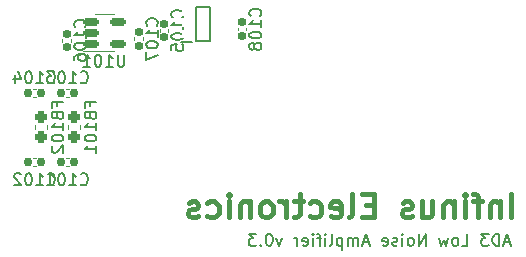
<source format=gbo>
G04 #@! TF.GenerationSoftware,KiCad,Pcbnew,7.0.7*
G04 #@! TF.CreationDate,2023-12-28T09:15:15+02:00*
G04 #@! TF.ProjectId,AD3 Front End Amplifier,41443320-4672-46f6-9e74-20456e642041,rev?*
G04 #@! TF.SameCoordinates,Original*
G04 #@! TF.FileFunction,Legend,Bot*
G04 #@! TF.FilePolarity,Positive*
%FSLAX46Y46*%
G04 Gerber Fmt 4.6, Leading zero omitted, Abs format (unit mm)*
G04 Created by KiCad (PCBNEW 7.0.7) date 2023-12-28 09:15:15*
%MOMM*%
%LPD*%
G01*
G04 APERTURE LIST*
G04 Aperture macros list*
%AMRoundRect*
0 Rectangle with rounded corners*
0 $1 Rounding radius*
0 $2 $3 $4 $5 $6 $7 $8 $9 X,Y pos of 4 corners*
0 Add a 4 corners polygon primitive as box body*
4,1,4,$2,$3,$4,$5,$6,$7,$8,$9,$2,$3,0*
0 Add four circle primitives for the rounded corners*
1,1,$1+$1,$2,$3*
1,1,$1+$1,$4,$5*
1,1,$1+$1,$6,$7*
1,1,$1+$1,$8,$9*
0 Add four rect primitives between the rounded corners*
20,1,$1+$1,$2,$3,$4,$5,0*
20,1,$1+$1,$4,$5,$6,$7,0*
20,1,$1+$1,$6,$7,$8,$9,0*
20,1,$1+$1,$8,$9,$2,$3,0*%
G04 Aperture macros list end*
%ADD10C,0.200000*%
%ADD11C,0.400000*%
%ADD12C,0.150000*%
%ADD13C,0.120000*%
%ADD14R,1.600000X1.600000*%
%ADD15O,1.600000X1.600000*%
%ADD16O,1.600000X2.500000*%
%ADD17O,3.500000X7.000000*%
%ADD18R,1.700000X1.700000*%
%ADD19O,1.700000X1.700000*%
%ADD20O,2.500000X1.600000*%
%ADD21O,7.000000X3.500000*%
%ADD22RoundRect,0.237500X0.237500X-0.287500X0.237500X0.287500X-0.237500X0.287500X-0.237500X-0.287500X0*%
%ADD23RoundRect,0.155000X0.212500X0.155000X-0.212500X0.155000X-0.212500X-0.155000X0.212500X-0.155000X0*%
%ADD24R,0.900000X0.600000*%
%ADD25RoundRect,0.155000X0.155000X-0.212500X0.155000X0.212500X-0.155000X0.212500X-0.155000X-0.212500X0*%
%ADD26RoundRect,0.150000X-0.512500X-0.150000X0.512500X-0.150000X0.512500X0.150000X-0.512500X0.150000X0*%
G04 APERTURE END LIST*
D10*
X232468945Y-127216504D02*
X231992755Y-127216504D01*
X232564183Y-127502219D02*
X232230850Y-126502219D01*
X232230850Y-126502219D02*
X231897517Y-127502219D01*
X231564183Y-127502219D02*
X231564183Y-126502219D01*
X231564183Y-126502219D02*
X231326088Y-126502219D01*
X231326088Y-126502219D02*
X231183231Y-126549838D01*
X231183231Y-126549838D02*
X231087993Y-126645076D01*
X231087993Y-126645076D02*
X231040374Y-126740314D01*
X231040374Y-126740314D02*
X230992755Y-126930790D01*
X230992755Y-126930790D02*
X230992755Y-127073647D01*
X230992755Y-127073647D02*
X231040374Y-127264123D01*
X231040374Y-127264123D02*
X231087993Y-127359361D01*
X231087993Y-127359361D02*
X231183231Y-127454600D01*
X231183231Y-127454600D02*
X231326088Y-127502219D01*
X231326088Y-127502219D02*
X231564183Y-127502219D01*
X230659421Y-126502219D02*
X230040374Y-126502219D01*
X230040374Y-126502219D02*
X230373707Y-126883171D01*
X230373707Y-126883171D02*
X230230850Y-126883171D01*
X230230850Y-126883171D02*
X230135612Y-126930790D01*
X230135612Y-126930790D02*
X230087993Y-126978409D01*
X230087993Y-126978409D02*
X230040374Y-127073647D01*
X230040374Y-127073647D02*
X230040374Y-127311742D01*
X230040374Y-127311742D02*
X230087993Y-127406980D01*
X230087993Y-127406980D02*
X230135612Y-127454600D01*
X230135612Y-127454600D02*
X230230850Y-127502219D01*
X230230850Y-127502219D02*
X230516564Y-127502219D01*
X230516564Y-127502219D02*
X230611802Y-127454600D01*
X230611802Y-127454600D02*
X230659421Y-127406980D01*
X228373707Y-127502219D02*
X228849897Y-127502219D01*
X228849897Y-127502219D02*
X228849897Y-126502219D01*
X227897516Y-127502219D02*
X227992754Y-127454600D01*
X227992754Y-127454600D02*
X228040373Y-127406980D01*
X228040373Y-127406980D02*
X228087992Y-127311742D01*
X228087992Y-127311742D02*
X228087992Y-127026028D01*
X228087992Y-127026028D02*
X228040373Y-126930790D01*
X228040373Y-126930790D02*
X227992754Y-126883171D01*
X227992754Y-126883171D02*
X227897516Y-126835552D01*
X227897516Y-126835552D02*
X227754659Y-126835552D01*
X227754659Y-126835552D02*
X227659421Y-126883171D01*
X227659421Y-126883171D02*
X227611802Y-126930790D01*
X227611802Y-126930790D02*
X227564183Y-127026028D01*
X227564183Y-127026028D02*
X227564183Y-127311742D01*
X227564183Y-127311742D02*
X227611802Y-127406980D01*
X227611802Y-127406980D02*
X227659421Y-127454600D01*
X227659421Y-127454600D02*
X227754659Y-127502219D01*
X227754659Y-127502219D02*
X227897516Y-127502219D01*
X227230849Y-126835552D02*
X227040373Y-127502219D01*
X227040373Y-127502219D02*
X226849897Y-127026028D01*
X226849897Y-127026028D02*
X226659421Y-127502219D01*
X226659421Y-127502219D02*
X226468945Y-126835552D01*
X225326087Y-127502219D02*
X225326087Y-126502219D01*
X225326087Y-126502219D02*
X224754659Y-127502219D01*
X224754659Y-127502219D02*
X224754659Y-126502219D01*
X224135611Y-127502219D02*
X224230849Y-127454600D01*
X224230849Y-127454600D02*
X224278468Y-127406980D01*
X224278468Y-127406980D02*
X224326087Y-127311742D01*
X224326087Y-127311742D02*
X224326087Y-127026028D01*
X224326087Y-127026028D02*
X224278468Y-126930790D01*
X224278468Y-126930790D02*
X224230849Y-126883171D01*
X224230849Y-126883171D02*
X224135611Y-126835552D01*
X224135611Y-126835552D02*
X223992754Y-126835552D01*
X223992754Y-126835552D02*
X223897516Y-126883171D01*
X223897516Y-126883171D02*
X223849897Y-126930790D01*
X223849897Y-126930790D02*
X223802278Y-127026028D01*
X223802278Y-127026028D02*
X223802278Y-127311742D01*
X223802278Y-127311742D02*
X223849897Y-127406980D01*
X223849897Y-127406980D02*
X223897516Y-127454600D01*
X223897516Y-127454600D02*
X223992754Y-127502219D01*
X223992754Y-127502219D02*
X224135611Y-127502219D01*
X223373706Y-127502219D02*
X223373706Y-126835552D01*
X223373706Y-126502219D02*
X223421325Y-126549838D01*
X223421325Y-126549838D02*
X223373706Y-126597457D01*
X223373706Y-126597457D02*
X223326087Y-126549838D01*
X223326087Y-126549838D02*
X223373706Y-126502219D01*
X223373706Y-126502219D02*
X223373706Y-126597457D01*
X222945135Y-127454600D02*
X222849897Y-127502219D01*
X222849897Y-127502219D02*
X222659421Y-127502219D01*
X222659421Y-127502219D02*
X222564183Y-127454600D01*
X222564183Y-127454600D02*
X222516564Y-127359361D01*
X222516564Y-127359361D02*
X222516564Y-127311742D01*
X222516564Y-127311742D02*
X222564183Y-127216504D01*
X222564183Y-127216504D02*
X222659421Y-127168885D01*
X222659421Y-127168885D02*
X222802278Y-127168885D01*
X222802278Y-127168885D02*
X222897516Y-127121266D01*
X222897516Y-127121266D02*
X222945135Y-127026028D01*
X222945135Y-127026028D02*
X222945135Y-126978409D01*
X222945135Y-126978409D02*
X222897516Y-126883171D01*
X222897516Y-126883171D02*
X222802278Y-126835552D01*
X222802278Y-126835552D02*
X222659421Y-126835552D01*
X222659421Y-126835552D02*
X222564183Y-126883171D01*
X221707040Y-127454600D02*
X221802278Y-127502219D01*
X221802278Y-127502219D02*
X221992754Y-127502219D01*
X221992754Y-127502219D02*
X222087992Y-127454600D01*
X222087992Y-127454600D02*
X222135611Y-127359361D01*
X222135611Y-127359361D02*
X222135611Y-126978409D01*
X222135611Y-126978409D02*
X222087992Y-126883171D01*
X222087992Y-126883171D02*
X221992754Y-126835552D01*
X221992754Y-126835552D02*
X221802278Y-126835552D01*
X221802278Y-126835552D02*
X221707040Y-126883171D01*
X221707040Y-126883171D02*
X221659421Y-126978409D01*
X221659421Y-126978409D02*
X221659421Y-127073647D01*
X221659421Y-127073647D02*
X222135611Y-127168885D01*
X220516563Y-127216504D02*
X220040373Y-127216504D01*
X220611801Y-127502219D02*
X220278468Y-126502219D01*
X220278468Y-126502219D02*
X219945135Y-127502219D01*
X219611801Y-127502219D02*
X219611801Y-126835552D01*
X219611801Y-126930790D02*
X219564182Y-126883171D01*
X219564182Y-126883171D02*
X219468944Y-126835552D01*
X219468944Y-126835552D02*
X219326087Y-126835552D01*
X219326087Y-126835552D02*
X219230849Y-126883171D01*
X219230849Y-126883171D02*
X219183230Y-126978409D01*
X219183230Y-126978409D02*
X219183230Y-127502219D01*
X219183230Y-126978409D02*
X219135611Y-126883171D01*
X219135611Y-126883171D02*
X219040373Y-126835552D01*
X219040373Y-126835552D02*
X218897516Y-126835552D01*
X218897516Y-126835552D02*
X218802277Y-126883171D01*
X218802277Y-126883171D02*
X218754658Y-126978409D01*
X218754658Y-126978409D02*
X218754658Y-127502219D01*
X218278468Y-126835552D02*
X218278468Y-127835552D01*
X218278468Y-126883171D02*
X218183230Y-126835552D01*
X218183230Y-126835552D02*
X217992754Y-126835552D01*
X217992754Y-126835552D02*
X217897516Y-126883171D01*
X217897516Y-126883171D02*
X217849897Y-126930790D01*
X217849897Y-126930790D02*
X217802278Y-127026028D01*
X217802278Y-127026028D02*
X217802278Y-127311742D01*
X217802278Y-127311742D02*
X217849897Y-127406980D01*
X217849897Y-127406980D02*
X217897516Y-127454600D01*
X217897516Y-127454600D02*
X217992754Y-127502219D01*
X217992754Y-127502219D02*
X218183230Y-127502219D01*
X218183230Y-127502219D02*
X218278468Y-127454600D01*
X217230849Y-127502219D02*
X217326087Y-127454600D01*
X217326087Y-127454600D02*
X217373706Y-127359361D01*
X217373706Y-127359361D02*
X217373706Y-126502219D01*
X216849896Y-127502219D02*
X216849896Y-126835552D01*
X216849896Y-126502219D02*
X216897515Y-126549838D01*
X216897515Y-126549838D02*
X216849896Y-126597457D01*
X216849896Y-126597457D02*
X216802277Y-126549838D01*
X216802277Y-126549838D02*
X216849896Y-126502219D01*
X216849896Y-126502219D02*
X216849896Y-126597457D01*
X216516563Y-126835552D02*
X216135611Y-126835552D01*
X216373706Y-127502219D02*
X216373706Y-126645076D01*
X216373706Y-126645076D02*
X216326087Y-126549838D01*
X216326087Y-126549838D02*
X216230849Y-126502219D01*
X216230849Y-126502219D02*
X216135611Y-126502219D01*
X215802277Y-127502219D02*
X215802277Y-126835552D01*
X215802277Y-126502219D02*
X215849896Y-126549838D01*
X215849896Y-126549838D02*
X215802277Y-126597457D01*
X215802277Y-126597457D02*
X215754658Y-126549838D01*
X215754658Y-126549838D02*
X215802277Y-126502219D01*
X215802277Y-126502219D02*
X215802277Y-126597457D01*
X214945135Y-127454600D02*
X215040373Y-127502219D01*
X215040373Y-127502219D02*
X215230849Y-127502219D01*
X215230849Y-127502219D02*
X215326087Y-127454600D01*
X215326087Y-127454600D02*
X215373706Y-127359361D01*
X215373706Y-127359361D02*
X215373706Y-126978409D01*
X215373706Y-126978409D02*
X215326087Y-126883171D01*
X215326087Y-126883171D02*
X215230849Y-126835552D01*
X215230849Y-126835552D02*
X215040373Y-126835552D01*
X215040373Y-126835552D02*
X214945135Y-126883171D01*
X214945135Y-126883171D02*
X214897516Y-126978409D01*
X214897516Y-126978409D02*
X214897516Y-127073647D01*
X214897516Y-127073647D02*
X215373706Y-127168885D01*
X214468944Y-127502219D02*
X214468944Y-126835552D01*
X214468944Y-127026028D02*
X214421325Y-126930790D01*
X214421325Y-126930790D02*
X214373706Y-126883171D01*
X214373706Y-126883171D02*
X214278468Y-126835552D01*
X214278468Y-126835552D02*
X214183230Y-126835552D01*
X213183229Y-126835552D02*
X212945134Y-127502219D01*
X212945134Y-127502219D02*
X212707039Y-126835552D01*
X212135610Y-126502219D02*
X212040372Y-126502219D01*
X212040372Y-126502219D02*
X211945134Y-126549838D01*
X211945134Y-126549838D02*
X211897515Y-126597457D01*
X211897515Y-126597457D02*
X211849896Y-126692695D01*
X211849896Y-126692695D02*
X211802277Y-126883171D01*
X211802277Y-126883171D02*
X211802277Y-127121266D01*
X211802277Y-127121266D02*
X211849896Y-127311742D01*
X211849896Y-127311742D02*
X211897515Y-127406980D01*
X211897515Y-127406980D02*
X211945134Y-127454600D01*
X211945134Y-127454600D02*
X212040372Y-127502219D01*
X212040372Y-127502219D02*
X212135610Y-127502219D01*
X212135610Y-127502219D02*
X212230848Y-127454600D01*
X212230848Y-127454600D02*
X212278467Y-127406980D01*
X212278467Y-127406980D02*
X212326086Y-127311742D01*
X212326086Y-127311742D02*
X212373705Y-127121266D01*
X212373705Y-127121266D02*
X212373705Y-126883171D01*
X212373705Y-126883171D02*
X212326086Y-126692695D01*
X212326086Y-126692695D02*
X212278467Y-126597457D01*
X212278467Y-126597457D02*
X212230848Y-126549838D01*
X212230848Y-126549838D02*
X212135610Y-126502219D01*
X211373705Y-127406980D02*
X211326086Y-127454600D01*
X211326086Y-127454600D02*
X211373705Y-127502219D01*
X211373705Y-127502219D02*
X211421324Y-127454600D01*
X211421324Y-127454600D02*
X211373705Y-127406980D01*
X211373705Y-127406980D02*
X211373705Y-127502219D01*
X210992753Y-126502219D02*
X210373706Y-126502219D01*
X210373706Y-126502219D02*
X210707039Y-126883171D01*
X210707039Y-126883171D02*
X210564182Y-126883171D01*
X210564182Y-126883171D02*
X210468944Y-126930790D01*
X210468944Y-126930790D02*
X210421325Y-126978409D01*
X210421325Y-126978409D02*
X210373706Y-127073647D01*
X210373706Y-127073647D02*
X210373706Y-127311742D01*
X210373706Y-127311742D02*
X210421325Y-127406980D01*
X210421325Y-127406980D02*
X210468944Y-127454600D01*
X210468944Y-127454600D02*
X210564182Y-127502219D01*
X210564182Y-127502219D02*
X210849896Y-127502219D01*
X210849896Y-127502219D02*
X210945134Y-127454600D01*
X210945134Y-127454600D02*
X210992753Y-127406980D01*
D11*
X232559652Y-125083438D02*
X232559652Y-123083438D01*
X231607271Y-123750104D02*
X231607271Y-125083438D01*
X231607271Y-123940580D02*
X231512033Y-123845342D01*
X231512033Y-123845342D02*
X231321557Y-123750104D01*
X231321557Y-123750104D02*
X231035842Y-123750104D01*
X231035842Y-123750104D02*
X230845366Y-123845342D01*
X230845366Y-123845342D02*
X230750128Y-124035819D01*
X230750128Y-124035819D02*
X230750128Y-125083438D01*
X230083461Y-123750104D02*
X229321557Y-123750104D01*
X229797747Y-125083438D02*
X229797747Y-123369152D01*
X229797747Y-123369152D02*
X229702509Y-123178676D01*
X229702509Y-123178676D02*
X229512033Y-123083438D01*
X229512033Y-123083438D02*
X229321557Y-123083438D01*
X228654890Y-125083438D02*
X228654890Y-123750104D01*
X228654890Y-123083438D02*
X228750128Y-123178676D01*
X228750128Y-123178676D02*
X228654890Y-123273914D01*
X228654890Y-123273914D02*
X228559652Y-123178676D01*
X228559652Y-123178676D02*
X228654890Y-123083438D01*
X228654890Y-123083438D02*
X228654890Y-123273914D01*
X227702509Y-123750104D02*
X227702509Y-125083438D01*
X227702509Y-123940580D02*
X227607271Y-123845342D01*
X227607271Y-123845342D02*
X227416795Y-123750104D01*
X227416795Y-123750104D02*
X227131080Y-123750104D01*
X227131080Y-123750104D02*
X226940604Y-123845342D01*
X226940604Y-123845342D02*
X226845366Y-124035819D01*
X226845366Y-124035819D02*
X226845366Y-125083438D01*
X225035842Y-123750104D02*
X225035842Y-125083438D01*
X225892985Y-123750104D02*
X225892985Y-124797723D01*
X225892985Y-124797723D02*
X225797747Y-124988200D01*
X225797747Y-124988200D02*
X225607271Y-125083438D01*
X225607271Y-125083438D02*
X225321556Y-125083438D01*
X225321556Y-125083438D02*
X225131080Y-124988200D01*
X225131080Y-124988200D02*
X225035842Y-124892961D01*
X224178699Y-124988200D02*
X223988223Y-125083438D01*
X223988223Y-125083438D02*
X223607271Y-125083438D01*
X223607271Y-125083438D02*
X223416794Y-124988200D01*
X223416794Y-124988200D02*
X223321556Y-124797723D01*
X223321556Y-124797723D02*
X223321556Y-124702485D01*
X223321556Y-124702485D02*
X223416794Y-124512009D01*
X223416794Y-124512009D02*
X223607271Y-124416771D01*
X223607271Y-124416771D02*
X223892985Y-124416771D01*
X223892985Y-124416771D02*
X224083461Y-124321533D01*
X224083461Y-124321533D02*
X224178699Y-124131057D01*
X224178699Y-124131057D02*
X224178699Y-124035819D01*
X224178699Y-124035819D02*
X224083461Y-123845342D01*
X224083461Y-123845342D02*
X223892985Y-123750104D01*
X223892985Y-123750104D02*
X223607271Y-123750104D01*
X223607271Y-123750104D02*
X223416794Y-123845342D01*
X220940603Y-124035819D02*
X220273936Y-124035819D01*
X219988222Y-125083438D02*
X220940603Y-125083438D01*
X220940603Y-125083438D02*
X220940603Y-123083438D01*
X220940603Y-123083438D02*
X219988222Y-123083438D01*
X218845365Y-125083438D02*
X219035841Y-124988200D01*
X219035841Y-124988200D02*
X219131079Y-124797723D01*
X219131079Y-124797723D02*
X219131079Y-123083438D01*
X217321555Y-124988200D02*
X217512031Y-125083438D01*
X217512031Y-125083438D02*
X217892984Y-125083438D01*
X217892984Y-125083438D02*
X218083460Y-124988200D01*
X218083460Y-124988200D02*
X218178698Y-124797723D01*
X218178698Y-124797723D02*
X218178698Y-124035819D01*
X218178698Y-124035819D02*
X218083460Y-123845342D01*
X218083460Y-123845342D02*
X217892984Y-123750104D01*
X217892984Y-123750104D02*
X217512031Y-123750104D01*
X217512031Y-123750104D02*
X217321555Y-123845342D01*
X217321555Y-123845342D02*
X217226317Y-124035819D01*
X217226317Y-124035819D02*
X217226317Y-124226295D01*
X217226317Y-124226295D02*
X218178698Y-124416771D01*
X215512031Y-124988200D02*
X215702507Y-125083438D01*
X215702507Y-125083438D02*
X216083460Y-125083438D01*
X216083460Y-125083438D02*
X216273936Y-124988200D01*
X216273936Y-124988200D02*
X216369174Y-124892961D01*
X216369174Y-124892961D02*
X216464412Y-124702485D01*
X216464412Y-124702485D02*
X216464412Y-124131057D01*
X216464412Y-124131057D02*
X216369174Y-123940580D01*
X216369174Y-123940580D02*
X216273936Y-123845342D01*
X216273936Y-123845342D02*
X216083460Y-123750104D01*
X216083460Y-123750104D02*
X215702507Y-123750104D01*
X215702507Y-123750104D02*
X215512031Y-123845342D01*
X214940602Y-123750104D02*
X214178698Y-123750104D01*
X214654888Y-123083438D02*
X214654888Y-124797723D01*
X214654888Y-124797723D02*
X214559650Y-124988200D01*
X214559650Y-124988200D02*
X214369174Y-125083438D01*
X214369174Y-125083438D02*
X214178698Y-125083438D01*
X213512031Y-125083438D02*
X213512031Y-123750104D01*
X213512031Y-124131057D02*
X213416793Y-123940580D01*
X213416793Y-123940580D02*
X213321555Y-123845342D01*
X213321555Y-123845342D02*
X213131079Y-123750104D01*
X213131079Y-123750104D02*
X212940602Y-123750104D01*
X211988222Y-125083438D02*
X212178698Y-124988200D01*
X212178698Y-124988200D02*
X212273936Y-124892961D01*
X212273936Y-124892961D02*
X212369174Y-124702485D01*
X212369174Y-124702485D02*
X212369174Y-124131057D01*
X212369174Y-124131057D02*
X212273936Y-123940580D01*
X212273936Y-123940580D02*
X212178698Y-123845342D01*
X212178698Y-123845342D02*
X211988222Y-123750104D01*
X211988222Y-123750104D02*
X211702507Y-123750104D01*
X211702507Y-123750104D02*
X211512031Y-123845342D01*
X211512031Y-123845342D02*
X211416793Y-123940580D01*
X211416793Y-123940580D02*
X211321555Y-124131057D01*
X211321555Y-124131057D02*
X211321555Y-124702485D01*
X211321555Y-124702485D02*
X211416793Y-124892961D01*
X211416793Y-124892961D02*
X211512031Y-124988200D01*
X211512031Y-124988200D02*
X211702507Y-125083438D01*
X211702507Y-125083438D02*
X211988222Y-125083438D01*
X210464412Y-123750104D02*
X210464412Y-125083438D01*
X210464412Y-123940580D02*
X210369174Y-123845342D01*
X210369174Y-123845342D02*
X210178698Y-123750104D01*
X210178698Y-123750104D02*
X209892983Y-123750104D01*
X209892983Y-123750104D02*
X209702507Y-123845342D01*
X209702507Y-123845342D02*
X209607269Y-124035819D01*
X209607269Y-124035819D02*
X209607269Y-125083438D01*
X208654888Y-125083438D02*
X208654888Y-123750104D01*
X208654888Y-123083438D02*
X208750126Y-123178676D01*
X208750126Y-123178676D02*
X208654888Y-123273914D01*
X208654888Y-123273914D02*
X208559650Y-123178676D01*
X208559650Y-123178676D02*
X208654888Y-123083438D01*
X208654888Y-123083438D02*
X208654888Y-123273914D01*
X206845364Y-124988200D02*
X207035840Y-125083438D01*
X207035840Y-125083438D02*
X207416793Y-125083438D01*
X207416793Y-125083438D02*
X207607269Y-124988200D01*
X207607269Y-124988200D02*
X207702507Y-124892961D01*
X207702507Y-124892961D02*
X207797745Y-124702485D01*
X207797745Y-124702485D02*
X207797745Y-124131057D01*
X207797745Y-124131057D02*
X207702507Y-123940580D01*
X207702507Y-123940580D02*
X207607269Y-123845342D01*
X207607269Y-123845342D02*
X207416793Y-123750104D01*
X207416793Y-123750104D02*
X207035840Y-123750104D01*
X207035840Y-123750104D02*
X206845364Y-123845342D01*
X206083459Y-124988200D02*
X205892983Y-125083438D01*
X205892983Y-125083438D02*
X205512031Y-125083438D01*
X205512031Y-125083438D02*
X205321554Y-124988200D01*
X205321554Y-124988200D02*
X205226316Y-124797723D01*
X205226316Y-124797723D02*
X205226316Y-124702485D01*
X205226316Y-124702485D02*
X205321554Y-124512009D01*
X205321554Y-124512009D02*
X205512031Y-124416771D01*
X205512031Y-124416771D02*
X205797745Y-124416771D01*
X205797745Y-124416771D02*
X205988221Y-124321533D01*
X205988221Y-124321533D02*
X206083459Y-124131057D01*
X206083459Y-124131057D02*
X206083459Y-124035819D01*
X206083459Y-124035819D02*
X205988221Y-123845342D01*
X205988221Y-123845342D02*
X205797745Y-123750104D01*
X205797745Y-123750104D02*
X205512031Y-123750104D01*
X205512031Y-123750104D02*
X205321554Y-123845342D01*
D12*
X196941009Y-115675285D02*
X196941009Y-115341952D01*
X197464819Y-115341952D02*
X196464819Y-115341952D01*
X196464819Y-115341952D02*
X196464819Y-115818142D01*
X196941009Y-116532428D02*
X196988628Y-116675285D01*
X196988628Y-116675285D02*
X197036247Y-116722904D01*
X197036247Y-116722904D02*
X197131485Y-116770523D01*
X197131485Y-116770523D02*
X197274342Y-116770523D01*
X197274342Y-116770523D02*
X197369580Y-116722904D01*
X197369580Y-116722904D02*
X197417200Y-116675285D01*
X197417200Y-116675285D02*
X197464819Y-116580047D01*
X197464819Y-116580047D02*
X197464819Y-116199095D01*
X197464819Y-116199095D02*
X196464819Y-116199095D01*
X196464819Y-116199095D02*
X196464819Y-116532428D01*
X196464819Y-116532428D02*
X196512438Y-116627666D01*
X196512438Y-116627666D02*
X196560057Y-116675285D01*
X196560057Y-116675285D02*
X196655295Y-116722904D01*
X196655295Y-116722904D02*
X196750533Y-116722904D01*
X196750533Y-116722904D02*
X196845771Y-116675285D01*
X196845771Y-116675285D02*
X196893390Y-116627666D01*
X196893390Y-116627666D02*
X196941009Y-116532428D01*
X196941009Y-116532428D02*
X196941009Y-116199095D01*
X197464819Y-117722904D02*
X197464819Y-117151476D01*
X197464819Y-117437190D02*
X196464819Y-117437190D01*
X196464819Y-117437190D02*
X196607676Y-117341952D01*
X196607676Y-117341952D02*
X196702914Y-117246714D01*
X196702914Y-117246714D02*
X196750533Y-117151476D01*
X196464819Y-118341952D02*
X196464819Y-118437190D01*
X196464819Y-118437190D02*
X196512438Y-118532428D01*
X196512438Y-118532428D02*
X196560057Y-118580047D01*
X196560057Y-118580047D02*
X196655295Y-118627666D01*
X196655295Y-118627666D02*
X196845771Y-118675285D01*
X196845771Y-118675285D02*
X197083866Y-118675285D01*
X197083866Y-118675285D02*
X197274342Y-118627666D01*
X197274342Y-118627666D02*
X197369580Y-118580047D01*
X197369580Y-118580047D02*
X197417200Y-118532428D01*
X197417200Y-118532428D02*
X197464819Y-118437190D01*
X197464819Y-118437190D02*
X197464819Y-118341952D01*
X197464819Y-118341952D02*
X197417200Y-118246714D01*
X197417200Y-118246714D02*
X197369580Y-118199095D01*
X197369580Y-118199095D02*
X197274342Y-118151476D01*
X197274342Y-118151476D02*
X197083866Y-118103857D01*
X197083866Y-118103857D02*
X196845771Y-118103857D01*
X196845771Y-118103857D02*
X196655295Y-118151476D01*
X196655295Y-118151476D02*
X196560057Y-118199095D01*
X196560057Y-118199095D02*
X196512438Y-118246714D01*
X196512438Y-118246714D02*
X196464819Y-118341952D01*
X197464819Y-119627666D02*
X197464819Y-119056238D01*
X197464819Y-119341952D02*
X196464819Y-119341952D01*
X196464819Y-119341952D02*
X196607676Y-119246714D01*
X196607676Y-119246714D02*
X196702914Y-119151476D01*
X196702914Y-119151476D02*
X196750533Y-119056238D01*
X196131547Y-122279580D02*
X196179166Y-122327200D01*
X196179166Y-122327200D02*
X196322023Y-122374819D01*
X196322023Y-122374819D02*
X196417261Y-122374819D01*
X196417261Y-122374819D02*
X196560118Y-122327200D01*
X196560118Y-122327200D02*
X196655356Y-122231961D01*
X196655356Y-122231961D02*
X196702975Y-122136723D01*
X196702975Y-122136723D02*
X196750594Y-121946247D01*
X196750594Y-121946247D02*
X196750594Y-121803390D01*
X196750594Y-121803390D02*
X196702975Y-121612914D01*
X196702975Y-121612914D02*
X196655356Y-121517676D01*
X196655356Y-121517676D02*
X196560118Y-121422438D01*
X196560118Y-121422438D02*
X196417261Y-121374819D01*
X196417261Y-121374819D02*
X196322023Y-121374819D01*
X196322023Y-121374819D02*
X196179166Y-121422438D01*
X196179166Y-121422438D02*
X196131547Y-121470057D01*
X195179166Y-122374819D02*
X195750594Y-122374819D01*
X195464880Y-122374819D02*
X195464880Y-121374819D01*
X195464880Y-121374819D02*
X195560118Y-121517676D01*
X195560118Y-121517676D02*
X195655356Y-121612914D01*
X195655356Y-121612914D02*
X195750594Y-121660533D01*
X194560118Y-121374819D02*
X194464880Y-121374819D01*
X194464880Y-121374819D02*
X194369642Y-121422438D01*
X194369642Y-121422438D02*
X194322023Y-121470057D01*
X194322023Y-121470057D02*
X194274404Y-121565295D01*
X194274404Y-121565295D02*
X194226785Y-121755771D01*
X194226785Y-121755771D02*
X194226785Y-121993866D01*
X194226785Y-121993866D02*
X194274404Y-122184342D01*
X194274404Y-122184342D02*
X194322023Y-122279580D01*
X194322023Y-122279580D02*
X194369642Y-122327200D01*
X194369642Y-122327200D02*
X194464880Y-122374819D01*
X194464880Y-122374819D02*
X194560118Y-122374819D01*
X194560118Y-122374819D02*
X194655356Y-122327200D01*
X194655356Y-122327200D02*
X194702975Y-122279580D01*
X194702975Y-122279580D02*
X194750594Y-122184342D01*
X194750594Y-122184342D02*
X194798213Y-121993866D01*
X194798213Y-121993866D02*
X194798213Y-121755771D01*
X194798213Y-121755771D02*
X194750594Y-121565295D01*
X194750594Y-121565295D02*
X194702975Y-121470057D01*
X194702975Y-121470057D02*
X194655356Y-121422438D01*
X194655356Y-121422438D02*
X194560118Y-121374819D01*
X193274404Y-122374819D02*
X193845832Y-122374819D01*
X193560118Y-122374819D02*
X193560118Y-121374819D01*
X193560118Y-121374819D02*
X193655356Y-121517676D01*
X193655356Y-121517676D02*
X193750594Y-121612914D01*
X193750594Y-121612914D02*
X193845832Y-121660533D01*
X196131547Y-113643580D02*
X196179166Y-113691200D01*
X196179166Y-113691200D02*
X196322023Y-113738819D01*
X196322023Y-113738819D02*
X196417261Y-113738819D01*
X196417261Y-113738819D02*
X196560118Y-113691200D01*
X196560118Y-113691200D02*
X196655356Y-113595961D01*
X196655356Y-113595961D02*
X196702975Y-113500723D01*
X196702975Y-113500723D02*
X196750594Y-113310247D01*
X196750594Y-113310247D02*
X196750594Y-113167390D01*
X196750594Y-113167390D02*
X196702975Y-112976914D01*
X196702975Y-112976914D02*
X196655356Y-112881676D01*
X196655356Y-112881676D02*
X196560118Y-112786438D01*
X196560118Y-112786438D02*
X196417261Y-112738819D01*
X196417261Y-112738819D02*
X196322023Y-112738819D01*
X196322023Y-112738819D02*
X196179166Y-112786438D01*
X196179166Y-112786438D02*
X196131547Y-112834057D01*
X195179166Y-113738819D02*
X195750594Y-113738819D01*
X195464880Y-113738819D02*
X195464880Y-112738819D01*
X195464880Y-112738819D02*
X195560118Y-112881676D01*
X195560118Y-112881676D02*
X195655356Y-112976914D01*
X195655356Y-112976914D02*
X195750594Y-113024533D01*
X194560118Y-112738819D02*
X194464880Y-112738819D01*
X194464880Y-112738819D02*
X194369642Y-112786438D01*
X194369642Y-112786438D02*
X194322023Y-112834057D01*
X194322023Y-112834057D02*
X194274404Y-112929295D01*
X194274404Y-112929295D02*
X194226785Y-113119771D01*
X194226785Y-113119771D02*
X194226785Y-113357866D01*
X194226785Y-113357866D02*
X194274404Y-113548342D01*
X194274404Y-113548342D02*
X194322023Y-113643580D01*
X194322023Y-113643580D02*
X194369642Y-113691200D01*
X194369642Y-113691200D02*
X194464880Y-113738819D01*
X194464880Y-113738819D02*
X194560118Y-113738819D01*
X194560118Y-113738819D02*
X194655356Y-113691200D01*
X194655356Y-113691200D02*
X194702975Y-113643580D01*
X194702975Y-113643580D02*
X194750594Y-113548342D01*
X194750594Y-113548342D02*
X194798213Y-113357866D01*
X194798213Y-113357866D02*
X194798213Y-113119771D01*
X194798213Y-113119771D02*
X194750594Y-112929295D01*
X194750594Y-112929295D02*
X194702975Y-112834057D01*
X194702975Y-112834057D02*
X194655356Y-112786438D01*
X194655356Y-112786438D02*
X194560118Y-112738819D01*
X193893451Y-112738819D02*
X193274404Y-112738819D01*
X193274404Y-112738819D02*
X193607737Y-113119771D01*
X193607737Y-113119771D02*
X193464880Y-113119771D01*
X193464880Y-113119771D02*
X193369642Y-113167390D01*
X193369642Y-113167390D02*
X193322023Y-113215009D01*
X193322023Y-113215009D02*
X193274404Y-113310247D01*
X193274404Y-113310247D02*
X193274404Y-113548342D01*
X193274404Y-113548342D02*
X193322023Y-113643580D01*
X193322023Y-113643580D02*
X193369642Y-113691200D01*
X193369642Y-113691200D02*
X193464880Y-113738819D01*
X193464880Y-113738819D02*
X193750594Y-113738819D01*
X193750594Y-113738819D02*
X193845832Y-113691200D01*
X193845832Y-113691200D02*
X193893451Y-113643580D01*
X211320580Y-108041452D02*
X211368200Y-107993833D01*
X211368200Y-107993833D02*
X211415819Y-107850976D01*
X211415819Y-107850976D02*
X211415819Y-107755738D01*
X211415819Y-107755738D02*
X211368200Y-107612881D01*
X211368200Y-107612881D02*
X211272961Y-107517643D01*
X211272961Y-107517643D02*
X211177723Y-107470024D01*
X211177723Y-107470024D02*
X210987247Y-107422405D01*
X210987247Y-107422405D02*
X210844390Y-107422405D01*
X210844390Y-107422405D02*
X210653914Y-107470024D01*
X210653914Y-107470024D02*
X210558676Y-107517643D01*
X210558676Y-107517643D02*
X210463438Y-107612881D01*
X210463438Y-107612881D02*
X210415819Y-107755738D01*
X210415819Y-107755738D02*
X210415819Y-107850976D01*
X210415819Y-107850976D02*
X210463438Y-107993833D01*
X210463438Y-107993833D02*
X210511057Y-108041452D01*
X211415819Y-108993833D02*
X211415819Y-108422405D01*
X211415819Y-108708119D02*
X210415819Y-108708119D01*
X210415819Y-108708119D02*
X210558676Y-108612881D01*
X210558676Y-108612881D02*
X210653914Y-108517643D01*
X210653914Y-108517643D02*
X210701533Y-108422405D01*
X210415819Y-109612881D02*
X210415819Y-109708119D01*
X210415819Y-109708119D02*
X210463438Y-109803357D01*
X210463438Y-109803357D02*
X210511057Y-109850976D01*
X210511057Y-109850976D02*
X210606295Y-109898595D01*
X210606295Y-109898595D02*
X210796771Y-109946214D01*
X210796771Y-109946214D02*
X211034866Y-109946214D01*
X211034866Y-109946214D02*
X211225342Y-109898595D01*
X211225342Y-109898595D02*
X211320580Y-109850976D01*
X211320580Y-109850976D02*
X211368200Y-109803357D01*
X211368200Y-109803357D02*
X211415819Y-109708119D01*
X211415819Y-109708119D02*
X211415819Y-109612881D01*
X211415819Y-109612881D02*
X211368200Y-109517643D01*
X211368200Y-109517643D02*
X211320580Y-109470024D01*
X211320580Y-109470024D02*
X211225342Y-109422405D01*
X211225342Y-109422405D02*
X211034866Y-109374786D01*
X211034866Y-109374786D02*
X210796771Y-109374786D01*
X210796771Y-109374786D02*
X210606295Y-109422405D01*
X210606295Y-109422405D02*
X210511057Y-109470024D01*
X210511057Y-109470024D02*
X210463438Y-109517643D01*
X210463438Y-109517643D02*
X210415819Y-109612881D01*
X210844390Y-110517643D02*
X210796771Y-110422405D01*
X210796771Y-110422405D02*
X210749152Y-110374786D01*
X210749152Y-110374786D02*
X210653914Y-110327167D01*
X210653914Y-110327167D02*
X210606295Y-110327167D01*
X210606295Y-110327167D02*
X210511057Y-110374786D01*
X210511057Y-110374786D02*
X210463438Y-110422405D01*
X210463438Y-110422405D02*
X210415819Y-110517643D01*
X210415819Y-110517643D02*
X210415819Y-110708119D01*
X210415819Y-110708119D02*
X210463438Y-110803357D01*
X210463438Y-110803357D02*
X210511057Y-110850976D01*
X210511057Y-110850976D02*
X210606295Y-110898595D01*
X210606295Y-110898595D02*
X210653914Y-110898595D01*
X210653914Y-110898595D02*
X210749152Y-110850976D01*
X210749152Y-110850976D02*
X210796771Y-110803357D01*
X210796771Y-110803357D02*
X210844390Y-110708119D01*
X210844390Y-110708119D02*
X210844390Y-110517643D01*
X210844390Y-110517643D02*
X210892009Y-110422405D01*
X210892009Y-110422405D02*
X210939628Y-110374786D01*
X210939628Y-110374786D02*
X211034866Y-110327167D01*
X211034866Y-110327167D02*
X211225342Y-110327167D01*
X211225342Y-110327167D02*
X211320580Y-110374786D01*
X211320580Y-110374786D02*
X211368200Y-110422405D01*
X211368200Y-110422405D02*
X211415819Y-110517643D01*
X211415819Y-110517643D02*
X211415819Y-110708119D01*
X211415819Y-110708119D02*
X211368200Y-110803357D01*
X211368200Y-110803357D02*
X211320580Y-110850976D01*
X211320580Y-110850976D02*
X211225342Y-110898595D01*
X211225342Y-110898595D02*
X211034866Y-110898595D01*
X211034866Y-110898595D02*
X210939628Y-110850976D01*
X210939628Y-110850976D02*
X210892009Y-110803357D01*
X210892009Y-110803357D02*
X210844390Y-110708119D01*
X202560580Y-108862952D02*
X202608200Y-108815333D01*
X202608200Y-108815333D02*
X202655819Y-108672476D01*
X202655819Y-108672476D02*
X202655819Y-108577238D01*
X202655819Y-108577238D02*
X202608200Y-108434381D01*
X202608200Y-108434381D02*
X202512961Y-108339143D01*
X202512961Y-108339143D02*
X202417723Y-108291524D01*
X202417723Y-108291524D02*
X202227247Y-108243905D01*
X202227247Y-108243905D02*
X202084390Y-108243905D01*
X202084390Y-108243905D02*
X201893914Y-108291524D01*
X201893914Y-108291524D02*
X201798676Y-108339143D01*
X201798676Y-108339143D02*
X201703438Y-108434381D01*
X201703438Y-108434381D02*
X201655819Y-108577238D01*
X201655819Y-108577238D02*
X201655819Y-108672476D01*
X201655819Y-108672476D02*
X201703438Y-108815333D01*
X201703438Y-108815333D02*
X201751057Y-108862952D01*
X202655819Y-109815333D02*
X202655819Y-109243905D01*
X202655819Y-109529619D02*
X201655819Y-109529619D01*
X201655819Y-109529619D02*
X201798676Y-109434381D01*
X201798676Y-109434381D02*
X201893914Y-109339143D01*
X201893914Y-109339143D02*
X201941533Y-109243905D01*
X201655819Y-110434381D02*
X201655819Y-110529619D01*
X201655819Y-110529619D02*
X201703438Y-110624857D01*
X201703438Y-110624857D02*
X201751057Y-110672476D01*
X201751057Y-110672476D02*
X201846295Y-110720095D01*
X201846295Y-110720095D02*
X202036771Y-110767714D01*
X202036771Y-110767714D02*
X202274866Y-110767714D01*
X202274866Y-110767714D02*
X202465342Y-110720095D01*
X202465342Y-110720095D02*
X202560580Y-110672476D01*
X202560580Y-110672476D02*
X202608200Y-110624857D01*
X202608200Y-110624857D02*
X202655819Y-110529619D01*
X202655819Y-110529619D02*
X202655819Y-110434381D01*
X202655819Y-110434381D02*
X202608200Y-110339143D01*
X202608200Y-110339143D02*
X202560580Y-110291524D01*
X202560580Y-110291524D02*
X202465342Y-110243905D01*
X202465342Y-110243905D02*
X202274866Y-110196286D01*
X202274866Y-110196286D02*
X202036771Y-110196286D01*
X202036771Y-110196286D02*
X201846295Y-110243905D01*
X201846295Y-110243905D02*
X201751057Y-110291524D01*
X201751057Y-110291524D02*
X201703438Y-110339143D01*
X201703438Y-110339143D02*
X201655819Y-110434381D01*
X201655819Y-111101048D02*
X201655819Y-111767714D01*
X201655819Y-111767714D02*
X202655819Y-111339143D01*
X196464580Y-108989952D02*
X196512200Y-108942333D01*
X196512200Y-108942333D02*
X196559819Y-108799476D01*
X196559819Y-108799476D02*
X196559819Y-108704238D01*
X196559819Y-108704238D02*
X196512200Y-108561381D01*
X196512200Y-108561381D02*
X196416961Y-108466143D01*
X196416961Y-108466143D02*
X196321723Y-108418524D01*
X196321723Y-108418524D02*
X196131247Y-108370905D01*
X196131247Y-108370905D02*
X195988390Y-108370905D01*
X195988390Y-108370905D02*
X195797914Y-108418524D01*
X195797914Y-108418524D02*
X195702676Y-108466143D01*
X195702676Y-108466143D02*
X195607438Y-108561381D01*
X195607438Y-108561381D02*
X195559819Y-108704238D01*
X195559819Y-108704238D02*
X195559819Y-108799476D01*
X195559819Y-108799476D02*
X195607438Y-108942333D01*
X195607438Y-108942333D02*
X195655057Y-108989952D01*
X196559819Y-109942333D02*
X196559819Y-109370905D01*
X196559819Y-109656619D02*
X195559819Y-109656619D01*
X195559819Y-109656619D02*
X195702676Y-109561381D01*
X195702676Y-109561381D02*
X195797914Y-109466143D01*
X195797914Y-109466143D02*
X195845533Y-109370905D01*
X195559819Y-110561381D02*
X195559819Y-110656619D01*
X195559819Y-110656619D02*
X195607438Y-110751857D01*
X195607438Y-110751857D02*
X195655057Y-110799476D01*
X195655057Y-110799476D02*
X195750295Y-110847095D01*
X195750295Y-110847095D02*
X195940771Y-110894714D01*
X195940771Y-110894714D02*
X196178866Y-110894714D01*
X196178866Y-110894714D02*
X196369342Y-110847095D01*
X196369342Y-110847095D02*
X196464580Y-110799476D01*
X196464580Y-110799476D02*
X196512200Y-110751857D01*
X196512200Y-110751857D02*
X196559819Y-110656619D01*
X196559819Y-110656619D02*
X196559819Y-110561381D01*
X196559819Y-110561381D02*
X196512200Y-110466143D01*
X196512200Y-110466143D02*
X196464580Y-110418524D01*
X196464580Y-110418524D02*
X196369342Y-110370905D01*
X196369342Y-110370905D02*
X196178866Y-110323286D01*
X196178866Y-110323286D02*
X195940771Y-110323286D01*
X195940771Y-110323286D02*
X195750295Y-110370905D01*
X195750295Y-110370905D02*
X195655057Y-110418524D01*
X195655057Y-110418524D02*
X195607438Y-110466143D01*
X195607438Y-110466143D02*
X195559819Y-110561381D01*
X195559819Y-111751857D02*
X195559819Y-111561381D01*
X195559819Y-111561381D02*
X195607438Y-111466143D01*
X195607438Y-111466143D02*
X195655057Y-111418524D01*
X195655057Y-111418524D02*
X195797914Y-111323286D01*
X195797914Y-111323286D02*
X195988390Y-111275667D01*
X195988390Y-111275667D02*
X196369342Y-111275667D01*
X196369342Y-111275667D02*
X196464580Y-111323286D01*
X196464580Y-111323286D02*
X196512200Y-111370905D01*
X196512200Y-111370905D02*
X196559819Y-111466143D01*
X196559819Y-111466143D02*
X196559819Y-111656619D01*
X196559819Y-111656619D02*
X196512200Y-111751857D01*
X196512200Y-111751857D02*
X196464580Y-111799476D01*
X196464580Y-111799476D02*
X196369342Y-111847095D01*
X196369342Y-111847095D02*
X196131247Y-111847095D01*
X196131247Y-111847095D02*
X196036009Y-111799476D01*
X196036009Y-111799476D02*
X195988390Y-111751857D01*
X195988390Y-111751857D02*
X195940771Y-111656619D01*
X195940771Y-111656619D02*
X195940771Y-111466143D01*
X195940771Y-111466143D02*
X195988390Y-111370905D01*
X195988390Y-111370905D02*
X196036009Y-111323286D01*
X196036009Y-111323286D02*
X196131247Y-111275667D01*
X199834285Y-111328819D02*
X199834285Y-112138342D01*
X199834285Y-112138342D02*
X199786666Y-112233580D01*
X199786666Y-112233580D02*
X199739047Y-112281200D01*
X199739047Y-112281200D02*
X199643809Y-112328819D01*
X199643809Y-112328819D02*
X199453333Y-112328819D01*
X199453333Y-112328819D02*
X199358095Y-112281200D01*
X199358095Y-112281200D02*
X199310476Y-112233580D01*
X199310476Y-112233580D02*
X199262857Y-112138342D01*
X199262857Y-112138342D02*
X199262857Y-111328819D01*
X198262857Y-112328819D02*
X198834285Y-112328819D01*
X198548571Y-112328819D02*
X198548571Y-111328819D01*
X198548571Y-111328819D02*
X198643809Y-111471676D01*
X198643809Y-111471676D02*
X198739047Y-111566914D01*
X198739047Y-111566914D02*
X198834285Y-111614533D01*
X197643809Y-111328819D02*
X197548571Y-111328819D01*
X197548571Y-111328819D02*
X197453333Y-111376438D01*
X197453333Y-111376438D02*
X197405714Y-111424057D01*
X197405714Y-111424057D02*
X197358095Y-111519295D01*
X197358095Y-111519295D02*
X197310476Y-111709771D01*
X197310476Y-111709771D02*
X197310476Y-111947866D01*
X197310476Y-111947866D02*
X197358095Y-112138342D01*
X197358095Y-112138342D02*
X197405714Y-112233580D01*
X197405714Y-112233580D02*
X197453333Y-112281200D01*
X197453333Y-112281200D02*
X197548571Y-112328819D01*
X197548571Y-112328819D02*
X197643809Y-112328819D01*
X197643809Y-112328819D02*
X197739047Y-112281200D01*
X197739047Y-112281200D02*
X197786666Y-112233580D01*
X197786666Y-112233580D02*
X197834285Y-112138342D01*
X197834285Y-112138342D02*
X197881904Y-111947866D01*
X197881904Y-111947866D02*
X197881904Y-111709771D01*
X197881904Y-111709771D02*
X197834285Y-111519295D01*
X197834285Y-111519295D02*
X197786666Y-111424057D01*
X197786666Y-111424057D02*
X197739047Y-111376438D01*
X197739047Y-111376438D02*
X197643809Y-111328819D01*
X196358095Y-112328819D02*
X196929523Y-112328819D01*
X196643809Y-112328819D02*
X196643809Y-111328819D01*
X196643809Y-111328819D02*
X196739047Y-111471676D01*
X196739047Y-111471676D02*
X196834285Y-111566914D01*
X196834285Y-111566914D02*
X196929523Y-111614533D01*
X193337547Y-122279580D02*
X193385166Y-122327200D01*
X193385166Y-122327200D02*
X193528023Y-122374819D01*
X193528023Y-122374819D02*
X193623261Y-122374819D01*
X193623261Y-122374819D02*
X193766118Y-122327200D01*
X193766118Y-122327200D02*
X193861356Y-122231961D01*
X193861356Y-122231961D02*
X193908975Y-122136723D01*
X193908975Y-122136723D02*
X193956594Y-121946247D01*
X193956594Y-121946247D02*
X193956594Y-121803390D01*
X193956594Y-121803390D02*
X193908975Y-121612914D01*
X193908975Y-121612914D02*
X193861356Y-121517676D01*
X193861356Y-121517676D02*
X193766118Y-121422438D01*
X193766118Y-121422438D02*
X193623261Y-121374819D01*
X193623261Y-121374819D02*
X193528023Y-121374819D01*
X193528023Y-121374819D02*
X193385166Y-121422438D01*
X193385166Y-121422438D02*
X193337547Y-121470057D01*
X192385166Y-122374819D02*
X192956594Y-122374819D01*
X192670880Y-122374819D02*
X192670880Y-121374819D01*
X192670880Y-121374819D02*
X192766118Y-121517676D01*
X192766118Y-121517676D02*
X192861356Y-121612914D01*
X192861356Y-121612914D02*
X192956594Y-121660533D01*
X191766118Y-121374819D02*
X191670880Y-121374819D01*
X191670880Y-121374819D02*
X191575642Y-121422438D01*
X191575642Y-121422438D02*
X191528023Y-121470057D01*
X191528023Y-121470057D02*
X191480404Y-121565295D01*
X191480404Y-121565295D02*
X191432785Y-121755771D01*
X191432785Y-121755771D02*
X191432785Y-121993866D01*
X191432785Y-121993866D02*
X191480404Y-122184342D01*
X191480404Y-122184342D02*
X191528023Y-122279580D01*
X191528023Y-122279580D02*
X191575642Y-122327200D01*
X191575642Y-122327200D02*
X191670880Y-122374819D01*
X191670880Y-122374819D02*
X191766118Y-122374819D01*
X191766118Y-122374819D02*
X191861356Y-122327200D01*
X191861356Y-122327200D02*
X191908975Y-122279580D01*
X191908975Y-122279580D02*
X191956594Y-122184342D01*
X191956594Y-122184342D02*
X192004213Y-121993866D01*
X192004213Y-121993866D02*
X192004213Y-121755771D01*
X192004213Y-121755771D02*
X191956594Y-121565295D01*
X191956594Y-121565295D02*
X191908975Y-121470057D01*
X191908975Y-121470057D02*
X191861356Y-121422438D01*
X191861356Y-121422438D02*
X191766118Y-121374819D01*
X191051832Y-121470057D02*
X191004213Y-121422438D01*
X191004213Y-121422438D02*
X190908975Y-121374819D01*
X190908975Y-121374819D02*
X190670880Y-121374819D01*
X190670880Y-121374819D02*
X190575642Y-121422438D01*
X190575642Y-121422438D02*
X190528023Y-121470057D01*
X190528023Y-121470057D02*
X190480404Y-121565295D01*
X190480404Y-121565295D02*
X190480404Y-121660533D01*
X190480404Y-121660533D02*
X190528023Y-121803390D01*
X190528023Y-121803390D02*
X191099451Y-122374819D01*
X191099451Y-122374819D02*
X190480404Y-122374819D01*
X194147009Y-115675285D02*
X194147009Y-115341952D01*
X194670819Y-115341952D02*
X193670819Y-115341952D01*
X193670819Y-115341952D02*
X193670819Y-115818142D01*
X194147009Y-116532428D02*
X194194628Y-116675285D01*
X194194628Y-116675285D02*
X194242247Y-116722904D01*
X194242247Y-116722904D02*
X194337485Y-116770523D01*
X194337485Y-116770523D02*
X194480342Y-116770523D01*
X194480342Y-116770523D02*
X194575580Y-116722904D01*
X194575580Y-116722904D02*
X194623200Y-116675285D01*
X194623200Y-116675285D02*
X194670819Y-116580047D01*
X194670819Y-116580047D02*
X194670819Y-116199095D01*
X194670819Y-116199095D02*
X193670819Y-116199095D01*
X193670819Y-116199095D02*
X193670819Y-116532428D01*
X193670819Y-116532428D02*
X193718438Y-116627666D01*
X193718438Y-116627666D02*
X193766057Y-116675285D01*
X193766057Y-116675285D02*
X193861295Y-116722904D01*
X193861295Y-116722904D02*
X193956533Y-116722904D01*
X193956533Y-116722904D02*
X194051771Y-116675285D01*
X194051771Y-116675285D02*
X194099390Y-116627666D01*
X194099390Y-116627666D02*
X194147009Y-116532428D01*
X194147009Y-116532428D02*
X194147009Y-116199095D01*
X194670819Y-117722904D02*
X194670819Y-117151476D01*
X194670819Y-117437190D02*
X193670819Y-117437190D01*
X193670819Y-117437190D02*
X193813676Y-117341952D01*
X193813676Y-117341952D02*
X193908914Y-117246714D01*
X193908914Y-117246714D02*
X193956533Y-117151476D01*
X193670819Y-118341952D02*
X193670819Y-118437190D01*
X193670819Y-118437190D02*
X193718438Y-118532428D01*
X193718438Y-118532428D02*
X193766057Y-118580047D01*
X193766057Y-118580047D02*
X193861295Y-118627666D01*
X193861295Y-118627666D02*
X194051771Y-118675285D01*
X194051771Y-118675285D02*
X194289866Y-118675285D01*
X194289866Y-118675285D02*
X194480342Y-118627666D01*
X194480342Y-118627666D02*
X194575580Y-118580047D01*
X194575580Y-118580047D02*
X194623200Y-118532428D01*
X194623200Y-118532428D02*
X194670819Y-118437190D01*
X194670819Y-118437190D02*
X194670819Y-118341952D01*
X194670819Y-118341952D02*
X194623200Y-118246714D01*
X194623200Y-118246714D02*
X194575580Y-118199095D01*
X194575580Y-118199095D02*
X194480342Y-118151476D01*
X194480342Y-118151476D02*
X194289866Y-118103857D01*
X194289866Y-118103857D02*
X194051771Y-118103857D01*
X194051771Y-118103857D02*
X193861295Y-118151476D01*
X193861295Y-118151476D02*
X193766057Y-118199095D01*
X193766057Y-118199095D02*
X193718438Y-118246714D01*
X193718438Y-118246714D02*
X193670819Y-118341952D01*
X193766057Y-119056238D02*
X193718438Y-119103857D01*
X193718438Y-119103857D02*
X193670819Y-119199095D01*
X193670819Y-119199095D02*
X193670819Y-119437190D01*
X193670819Y-119437190D02*
X193718438Y-119532428D01*
X193718438Y-119532428D02*
X193766057Y-119580047D01*
X193766057Y-119580047D02*
X193861295Y-119627666D01*
X193861295Y-119627666D02*
X193956533Y-119627666D01*
X193956533Y-119627666D02*
X194099390Y-119580047D01*
X194099390Y-119580047D02*
X194670819Y-119008619D01*
X194670819Y-119008619D02*
X194670819Y-119627666D01*
X204716580Y-108160452D02*
X204764200Y-108112833D01*
X204764200Y-108112833D02*
X204811819Y-107969976D01*
X204811819Y-107969976D02*
X204811819Y-107874738D01*
X204811819Y-107874738D02*
X204764200Y-107731881D01*
X204764200Y-107731881D02*
X204668961Y-107636643D01*
X204668961Y-107636643D02*
X204573723Y-107589024D01*
X204573723Y-107589024D02*
X204383247Y-107541405D01*
X204383247Y-107541405D02*
X204240390Y-107541405D01*
X204240390Y-107541405D02*
X204049914Y-107589024D01*
X204049914Y-107589024D02*
X203954676Y-107636643D01*
X203954676Y-107636643D02*
X203859438Y-107731881D01*
X203859438Y-107731881D02*
X203811819Y-107874738D01*
X203811819Y-107874738D02*
X203811819Y-107969976D01*
X203811819Y-107969976D02*
X203859438Y-108112833D01*
X203859438Y-108112833D02*
X203907057Y-108160452D01*
X204811819Y-109112833D02*
X204811819Y-108541405D01*
X204811819Y-108827119D02*
X203811819Y-108827119D01*
X203811819Y-108827119D02*
X203954676Y-108731881D01*
X203954676Y-108731881D02*
X204049914Y-108636643D01*
X204049914Y-108636643D02*
X204097533Y-108541405D01*
X203811819Y-109731881D02*
X203811819Y-109827119D01*
X203811819Y-109827119D02*
X203859438Y-109922357D01*
X203859438Y-109922357D02*
X203907057Y-109969976D01*
X203907057Y-109969976D02*
X204002295Y-110017595D01*
X204002295Y-110017595D02*
X204192771Y-110065214D01*
X204192771Y-110065214D02*
X204430866Y-110065214D01*
X204430866Y-110065214D02*
X204621342Y-110017595D01*
X204621342Y-110017595D02*
X204716580Y-109969976D01*
X204716580Y-109969976D02*
X204764200Y-109922357D01*
X204764200Y-109922357D02*
X204811819Y-109827119D01*
X204811819Y-109827119D02*
X204811819Y-109731881D01*
X204811819Y-109731881D02*
X204764200Y-109636643D01*
X204764200Y-109636643D02*
X204716580Y-109589024D01*
X204716580Y-109589024D02*
X204621342Y-109541405D01*
X204621342Y-109541405D02*
X204430866Y-109493786D01*
X204430866Y-109493786D02*
X204192771Y-109493786D01*
X204192771Y-109493786D02*
X204002295Y-109541405D01*
X204002295Y-109541405D02*
X203907057Y-109589024D01*
X203907057Y-109589024D02*
X203859438Y-109636643D01*
X203859438Y-109636643D02*
X203811819Y-109731881D01*
X203811819Y-110969976D02*
X203811819Y-110493786D01*
X203811819Y-110493786D02*
X204288009Y-110446167D01*
X204288009Y-110446167D02*
X204240390Y-110493786D01*
X204240390Y-110493786D02*
X204192771Y-110589024D01*
X204192771Y-110589024D02*
X204192771Y-110827119D01*
X204192771Y-110827119D02*
X204240390Y-110922357D01*
X204240390Y-110922357D02*
X204288009Y-110969976D01*
X204288009Y-110969976D02*
X204383247Y-111017595D01*
X204383247Y-111017595D02*
X204621342Y-111017595D01*
X204621342Y-111017595D02*
X204716580Y-110969976D01*
X204716580Y-110969976D02*
X204764200Y-110922357D01*
X204764200Y-110922357D02*
X204811819Y-110827119D01*
X204811819Y-110827119D02*
X204811819Y-110589024D01*
X204811819Y-110589024D02*
X204764200Y-110493786D01*
X204764200Y-110493786D02*
X204716580Y-110446167D01*
X193337547Y-113643580D02*
X193385166Y-113691200D01*
X193385166Y-113691200D02*
X193528023Y-113738819D01*
X193528023Y-113738819D02*
X193623261Y-113738819D01*
X193623261Y-113738819D02*
X193766118Y-113691200D01*
X193766118Y-113691200D02*
X193861356Y-113595961D01*
X193861356Y-113595961D02*
X193908975Y-113500723D01*
X193908975Y-113500723D02*
X193956594Y-113310247D01*
X193956594Y-113310247D02*
X193956594Y-113167390D01*
X193956594Y-113167390D02*
X193908975Y-112976914D01*
X193908975Y-112976914D02*
X193861356Y-112881676D01*
X193861356Y-112881676D02*
X193766118Y-112786438D01*
X193766118Y-112786438D02*
X193623261Y-112738819D01*
X193623261Y-112738819D02*
X193528023Y-112738819D01*
X193528023Y-112738819D02*
X193385166Y-112786438D01*
X193385166Y-112786438D02*
X193337547Y-112834057D01*
X192385166Y-113738819D02*
X192956594Y-113738819D01*
X192670880Y-113738819D02*
X192670880Y-112738819D01*
X192670880Y-112738819D02*
X192766118Y-112881676D01*
X192766118Y-112881676D02*
X192861356Y-112976914D01*
X192861356Y-112976914D02*
X192956594Y-113024533D01*
X191766118Y-112738819D02*
X191670880Y-112738819D01*
X191670880Y-112738819D02*
X191575642Y-112786438D01*
X191575642Y-112786438D02*
X191528023Y-112834057D01*
X191528023Y-112834057D02*
X191480404Y-112929295D01*
X191480404Y-112929295D02*
X191432785Y-113119771D01*
X191432785Y-113119771D02*
X191432785Y-113357866D01*
X191432785Y-113357866D02*
X191480404Y-113548342D01*
X191480404Y-113548342D02*
X191528023Y-113643580D01*
X191528023Y-113643580D02*
X191575642Y-113691200D01*
X191575642Y-113691200D02*
X191670880Y-113738819D01*
X191670880Y-113738819D02*
X191766118Y-113738819D01*
X191766118Y-113738819D02*
X191861356Y-113691200D01*
X191861356Y-113691200D02*
X191908975Y-113643580D01*
X191908975Y-113643580D02*
X191956594Y-113548342D01*
X191956594Y-113548342D02*
X192004213Y-113357866D01*
X192004213Y-113357866D02*
X192004213Y-113119771D01*
X192004213Y-113119771D02*
X191956594Y-112929295D01*
X191956594Y-112929295D02*
X191908975Y-112834057D01*
X191908975Y-112834057D02*
X191861356Y-112786438D01*
X191861356Y-112786438D02*
X191766118Y-112738819D01*
X190575642Y-113072152D02*
X190575642Y-113738819D01*
X190813737Y-112691200D02*
X191051832Y-113405485D01*
X191051832Y-113405485D02*
X190432785Y-113405485D01*
D13*
X195070000Y-117632267D02*
X195070000Y-117289733D01*
X196090000Y-117632267D02*
X196090000Y-117289733D01*
X195128335Y-120756000D02*
X194896665Y-120756000D01*
X195128335Y-120036000D02*
X194896665Y-120036000D01*
D10*
X204649000Y-110212000D02*
X205549000Y-110212000D01*
X205899000Y-107262000D02*
X205899000Y-110162000D01*
X205899000Y-110162000D02*
X207099000Y-110162000D01*
X207099000Y-107262000D02*
X205899000Y-107262000D01*
X207099000Y-110162000D02*
X207099000Y-107262000D01*
D13*
X195128335Y-114914000D02*
X194896665Y-114914000D01*
X195128335Y-114194000D02*
X194896665Y-114194000D01*
X209441000Y-109276335D02*
X209441000Y-109044665D01*
X210161000Y-109276335D02*
X210161000Y-109044665D01*
X200681000Y-110097835D02*
X200681000Y-109866165D01*
X201401000Y-110097835D02*
X201401000Y-109866165D01*
X194585000Y-110224835D02*
X194585000Y-109993165D01*
X195305000Y-110224835D02*
X195305000Y-109993165D01*
X198120000Y-107914000D02*
X197320000Y-107914000D01*
X198120000Y-107914000D02*
X198920000Y-107914000D01*
X198120000Y-111034000D02*
X196320000Y-111034000D01*
X198120000Y-111034000D02*
X198920000Y-111034000D01*
X192334335Y-120756000D02*
X192102665Y-120756000D01*
X192334335Y-120036000D02*
X192102665Y-120036000D01*
X192276000Y-117632267D02*
X192276000Y-117289733D01*
X193296000Y-117632267D02*
X193296000Y-117289733D01*
X202837000Y-109395335D02*
X202837000Y-109163665D01*
X203557000Y-109395335D02*
X203557000Y-109163665D01*
X192334335Y-114914000D02*
X192102665Y-114914000D01*
X192334335Y-114194000D02*
X192102665Y-114194000D01*
%LPC*%
D14*
X197612000Y-98685500D03*
D15*
X197612000Y-106305500D03*
D16*
X241300000Y-76200000D03*
D17*
X236220000Y-71120000D03*
D16*
X238760000Y-76200000D03*
D17*
X246380000Y-71120000D03*
D14*
X197612000Y-113284000D03*
D15*
X197612000Y-120904000D03*
D18*
X180340000Y-131318000D03*
D19*
X180340000Y-128778000D03*
X180340000Y-126238000D03*
X180340000Y-123698000D03*
X180340000Y-121158000D03*
X180340000Y-118618000D03*
X180340000Y-116078000D03*
X180340000Y-113538000D03*
X180340000Y-110998000D03*
X180340000Y-108458000D03*
X180340000Y-105918000D03*
X180340000Y-103378000D03*
X180340000Y-100838000D03*
X180340000Y-98298000D03*
X180340000Y-95758000D03*
D18*
X229870000Y-66675000D03*
D19*
X227330000Y-66675000D03*
X224790000Y-66675000D03*
X222250000Y-66675000D03*
X219710000Y-66675000D03*
X217170000Y-66675000D03*
X214630000Y-66675000D03*
X212090000Y-66675000D03*
X209550000Y-66675000D03*
X207010000Y-66675000D03*
X204470000Y-66675000D03*
X201930000Y-66675000D03*
X199390000Y-66675000D03*
X196850000Y-66675000D03*
X194310000Y-66675000D03*
D14*
X197612000Y-87418500D03*
D15*
X197612000Y-95038500D03*
D20*
X237794800Y-119430400D03*
D21*
X242874800Y-114350400D03*
D20*
X237794800Y-116890400D03*
D21*
X242874800Y-124510400D03*
D16*
X183388000Y-76200000D03*
D17*
X178308000Y-71120000D03*
D16*
X180848000Y-76200000D03*
D17*
X188468000Y-71120000D03*
D18*
X177793200Y-131328000D03*
D19*
X177793200Y-128788000D03*
X177793200Y-126248000D03*
X177793200Y-123708000D03*
X177793200Y-121168000D03*
X177793200Y-118628000D03*
X177793200Y-116088000D03*
X177793200Y-113548000D03*
X177793200Y-111008000D03*
X177793200Y-108468000D03*
X177793200Y-105928000D03*
X177793200Y-103388000D03*
X177793200Y-100848000D03*
X177793200Y-98308000D03*
X177793200Y-95768000D03*
D18*
X229870000Y-69215500D03*
D19*
X227330000Y-69215500D03*
X224790000Y-69215500D03*
X222250000Y-69215500D03*
X219710000Y-69215500D03*
X217170000Y-69215500D03*
X214630000Y-69215500D03*
X212090000Y-69215500D03*
X209550000Y-69215500D03*
X207010000Y-69215500D03*
X204470000Y-69215500D03*
X201930000Y-69215500D03*
X199390000Y-69215500D03*
X196850000Y-69215500D03*
X194310000Y-69215500D03*
D20*
X237744000Y-93472000D03*
D21*
X242824000Y-88392000D03*
D20*
X237744000Y-90932000D03*
D21*
X242824000Y-98552000D03*
D14*
X197612000Y-124756500D03*
D15*
X197612000Y-132376500D03*
D22*
X195580000Y-118336000D03*
X195580000Y-116586000D03*
D23*
X195580000Y-120396000D03*
X194445000Y-120396000D03*
D24*
X205099000Y-109662000D03*
X205099000Y-108712000D03*
X205099000Y-107762000D03*
X207899000Y-107762000D03*
X207899000Y-109662000D03*
D23*
X195580000Y-114554000D03*
X194445000Y-114554000D03*
D25*
X209801000Y-109728000D03*
X209801000Y-108593000D03*
X201041000Y-110549500D03*
X201041000Y-109414500D03*
X194945000Y-110676500D03*
X194945000Y-109541500D03*
D26*
X196982500Y-110424000D03*
X196982500Y-109474000D03*
X196982500Y-108524000D03*
X199257500Y-108524000D03*
X199257500Y-110424000D03*
D23*
X192786000Y-120396000D03*
X191651000Y-120396000D03*
D22*
X192786000Y-118336000D03*
X192786000Y-116586000D03*
D25*
X203197000Y-109847000D03*
X203197000Y-108712000D03*
D23*
X192786000Y-114554000D03*
X191651000Y-114554000D03*
%LPD*%
M02*

</source>
